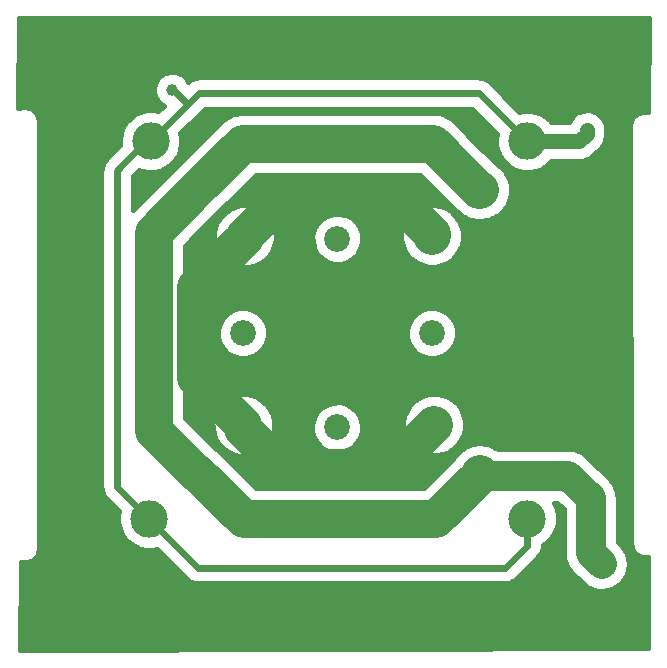
<source format=gbr>
G04 #@! TF.FileFunction,Copper,L1,Top,Signal*
%FSLAX46Y46*%
G04 Gerber Fmt 4.6, Leading zero omitted, Abs format (unit mm)*
G04 Created by KiCad (PCBNEW 4.0.6) date 05/07/17 20:58:38*
%MOMM*%
%LPD*%
G01*
G04 APERTURE LIST*
%ADD10C,0.100000*%
%ADD11C,2.540000*%
%ADD12C,3.175000*%
%ADD13C,2.184400*%
%ADD14C,1.006400*%
%ADD15C,3.200000*%
%ADD16C,1.270000*%
%ADD17C,2.540000*%
%ADD18C,0.609600*%
%ADD19C,0.406400*%
G04 APERTURE END LIST*
D10*
D11*
X191385100Y-113854100D03*
D12*
X191385100Y-113854100D03*
D11*
X167376100Y-89819100D03*
D12*
X167376100Y-89819100D03*
D11*
X171471100Y-93697100D03*
D12*
X171471100Y-93697100D03*
D11*
X187502100Y-109665100D03*
D12*
X187502100Y-109665100D03*
D11*
X195380100Y-117611100D03*
D12*
X195380100Y-117611100D03*
D11*
X163489100Y-85661100D03*
D12*
X163489100Y-85661100D03*
D11*
X187325100Y-93674100D03*
D12*
X187325100Y-93674100D03*
D11*
X171340500Y-109691500D03*
D12*
X171340500Y-109691500D03*
D11*
X167453500Y-113766300D03*
D12*
X167453500Y-113766300D03*
D11*
X191409300Y-89803300D03*
D12*
X191409300Y-89803300D03*
D11*
X163367300Y-117645900D03*
D12*
X163367300Y-117645900D03*
D11*
X195379300Y-85678100D03*
D12*
X195379300Y-85678100D03*
D13*
X171307700Y-101920100D03*
X179257700Y-109896500D03*
X187309700Y-101920100D03*
X179308700Y-93919100D03*
D14*
X178435100Y-113603100D03*
X201688100Y-121466100D03*
X171363300Y-117676100D03*
X200429100Y-84685100D03*
X165296100Y-81301100D03*
D15*
X187325100Y-93674100D02*
X187325100Y-93533100D01*
X187325100Y-93533100D02*
X183835100Y-90043100D01*
X183835100Y-90043100D02*
X175125100Y-90043100D01*
X175125100Y-90043100D02*
X171471100Y-93697100D01*
X171471100Y-93697100D02*
X171471100Y-93832100D01*
X171471100Y-93832100D02*
X168360100Y-96943100D01*
X168360100Y-96943100D02*
X168360100Y-96999100D01*
X168360100Y-96999100D02*
X167375100Y-97984100D01*
X167375100Y-97984100D02*
X167375100Y-105726100D01*
X167375100Y-105726100D02*
X171340500Y-109691500D01*
X171340500Y-109691500D02*
X171340500Y-110005500D01*
X171340500Y-110005500D02*
X174654100Y-113319100D01*
X174654100Y-113319100D02*
X183848100Y-113319100D01*
X183848100Y-113319100D02*
X187502100Y-109665100D01*
D16*
X174654100Y-113319100D02*
X178151100Y-113319100D01*
X178151100Y-113319100D02*
X178435100Y-113603100D01*
D15*
X191409300Y-89803300D02*
X191311300Y-89803300D01*
X191311300Y-89803300D02*
X188265100Y-86757100D01*
X188265100Y-86757100D02*
X188265100Y-86700100D01*
X188265100Y-86700100D02*
X187445100Y-85880100D01*
X187445100Y-85880100D02*
X171315100Y-85880100D01*
X171315100Y-85880100D02*
X167376100Y-89819100D01*
X191385100Y-113854100D02*
X191385100Y-113990100D01*
X191385100Y-113990100D02*
X187699100Y-117676100D01*
X187699100Y-117676100D02*
X171363300Y-117676100D01*
X171363300Y-117676100D02*
X167453500Y-113766300D01*
X167453500Y-113766300D02*
X167357300Y-113766300D01*
X167357300Y-113766300D02*
X163784100Y-110193100D01*
X163784100Y-110193100D02*
X163784100Y-93411100D01*
X163784100Y-93411100D02*
X167376100Y-89819100D01*
D17*
X191385100Y-113990100D02*
X198856100Y-113990100D01*
X198856100Y-113990100D02*
X200743100Y-115877100D01*
X200743100Y-115877100D02*
X200743100Y-120521100D01*
X200743100Y-120521100D02*
X201688100Y-121466100D01*
D18*
X195380100Y-117611100D02*
X195380100Y-119904100D01*
X195380100Y-119904100D02*
X193503100Y-121781100D01*
X193503100Y-121781100D02*
X167502500Y-121781100D01*
X167502500Y-121781100D02*
X163367300Y-117645900D01*
X163489100Y-85661100D02*
X163097100Y-85661100D01*
X163097100Y-85661100D02*
X160924100Y-87834100D01*
X160924100Y-87834100D02*
X160924100Y-87880100D01*
X160924100Y-87880100D02*
X160651100Y-88153100D01*
X160651100Y-88153100D02*
X160651100Y-114929700D01*
X160651100Y-114929700D02*
X163367300Y-117645900D01*
D16*
X200429100Y-84685100D02*
X200429100Y-85051100D01*
X200429100Y-85051100D02*
X199791100Y-85689100D01*
X199791100Y-85689100D02*
X195390300Y-85689100D01*
X195390300Y-85689100D02*
X195379300Y-85678100D01*
D18*
X163489100Y-85661100D02*
X166619100Y-82531100D01*
X166619100Y-82531100D02*
X167565100Y-81585100D01*
X167565100Y-81585100D02*
X191286300Y-81585100D01*
X191286300Y-81585100D02*
X195379300Y-85678100D01*
X165296100Y-81301100D02*
X165389100Y-81301100D01*
X165389100Y-81301100D02*
X166619100Y-82531100D01*
D19*
G36*
X205605100Y-128569691D02*
X205605100Y-120874864D01*
X205375580Y-120892053D01*
X205340159Y-120891239D01*
X205304944Y-120895045D01*
X205233964Y-120888797D01*
X205162710Y-120887159D01*
X205128124Y-120879481D01*
X205092838Y-120876375D01*
X205024424Y-120856460D01*
X204954845Y-120841013D01*
X204922407Y-120826762D01*
X204888398Y-120816862D01*
X204825152Y-120784035D01*
X204759903Y-120755370D01*
X204730853Y-120735092D01*
X204699412Y-120718773D01*
X204643747Y-120674288D01*
X204585307Y-120633494D01*
X204560749Y-120607959D01*
X204533076Y-120585844D01*
X204487104Y-120531385D01*
X204437709Y-120480025D01*
X204418582Y-120450212D01*
X204395728Y-120423139D01*
X204361211Y-120360791D01*
X204322731Y-120300813D01*
X204309756Y-120267847D01*
X204292599Y-120236855D01*
X204270853Y-120169000D01*
X204244751Y-120102679D01*
X204238426Y-120067817D01*
X204227617Y-120034088D01*
X204219464Y-119963292D01*
X204206743Y-119893174D01*
X204207310Y-119857759D01*
X204203256Y-119822560D01*
X204203105Y-119807327D01*
X204098105Y-84314328D01*
X204107106Y-84219643D01*
X204114125Y-84124797D01*
X204117172Y-84113759D01*
X204118256Y-84102357D01*
X204145476Y-84011226D01*
X204170783Y-83919548D01*
X204175916Y-83909311D01*
X204179194Y-83898338D01*
X204223598Y-83814227D01*
X204266230Y-83729214D01*
X204273254Y-83720169D01*
X204278601Y-83710041D01*
X204338488Y-83636167D01*
X204396828Y-83561042D01*
X204405477Y-83553532D01*
X204412687Y-83544638D01*
X204485765Y-83483818D01*
X204557604Y-83421440D01*
X204567550Y-83415751D01*
X204576348Y-83408429D01*
X204659843Y-83362963D01*
X204742433Y-83315725D01*
X204753291Y-83312078D01*
X204763347Y-83306602D01*
X204854128Y-83278206D01*
X204944276Y-83247925D01*
X204955630Y-83246457D01*
X204966563Y-83243037D01*
X205061126Y-83232815D01*
X205155444Y-83220619D01*
X205170673Y-83220256D01*
X205612914Y-83212785D01*
X205696327Y-75275100D01*
X152376222Y-75275100D01*
X152292448Y-82827476D01*
X152880686Y-82800265D01*
X152902134Y-82801371D01*
X152923483Y-82799127D01*
X153008272Y-82806843D01*
X153093330Y-82811229D01*
X153114153Y-82816479D01*
X153135533Y-82818425D01*
X153217212Y-82842464D01*
X153299794Y-82863286D01*
X153319199Y-82872480D01*
X153339796Y-82878542D01*
X153415263Y-82917996D01*
X153492214Y-82954455D01*
X153509462Y-82967242D01*
X153528491Y-82977190D01*
X153594856Y-83030549D01*
X153663263Y-83081262D01*
X153677699Y-83097155D01*
X153694433Y-83110610D01*
X153749176Y-83175850D01*
X153806423Y-83238878D01*
X153817496Y-83257271D01*
X153831299Y-83273721D01*
X153872327Y-83348350D01*
X153916242Y-83421297D01*
X153923532Y-83441491D01*
X153933877Y-83460309D01*
X153959627Y-83541483D01*
X153988538Y-83621574D01*
X153991767Y-83642801D01*
X153998259Y-83663268D01*
X154007753Y-83747911D01*
X154020555Y-83832079D01*
X154019600Y-83853521D01*
X154021994Y-83874867D01*
X154022100Y-83890100D01*
X154022100Y-114929700D01*
X159330300Y-114929700D01*
X159330300Y-88153100D01*
X159342206Y-88031672D01*
X159352839Y-87910137D01*
X159354776Y-87903470D01*
X159355454Y-87896555D01*
X159390720Y-87779749D01*
X159424756Y-87662597D01*
X159427953Y-87656429D01*
X159429960Y-87649782D01*
X159487232Y-87542070D01*
X159543384Y-87433741D01*
X159547717Y-87428313D01*
X159550978Y-87422180D01*
X159628102Y-87327616D01*
X159704205Y-87232284D01*
X159713739Y-87222616D01*
X159713899Y-87222419D01*
X159714081Y-87222269D01*
X159717153Y-87219153D01*
X159810808Y-87125499D01*
X159816384Y-87114741D01*
X159820717Y-87109313D01*
X159823978Y-87103180D01*
X159901102Y-87008616D01*
X159977205Y-86913284D01*
X159986739Y-86903616D01*
X159986899Y-86903419D01*
X159987081Y-86903269D01*
X159990153Y-86900153D01*
X160897771Y-85992535D01*
X160889307Y-85952714D01*
X160882178Y-85442191D01*
X160974346Y-84940006D01*
X161162300Y-84465287D01*
X161438882Y-84036117D01*
X161793555Y-83668842D01*
X162212812Y-83377451D01*
X162680682Y-83173044D01*
X163179344Y-83063406D01*
X163689804Y-83052713D01*
X164148681Y-83133625D01*
X164617000Y-82665306D01*
X164588855Y-82653935D01*
X164339557Y-82490799D01*
X164126694Y-82282348D01*
X163958373Y-82036522D01*
X163841006Y-81762683D01*
X163779063Y-81471263D01*
X163774903Y-81173362D01*
X163828685Y-80880326D01*
X163938361Y-80603317D01*
X164099752Y-80352886D01*
X164306712Y-80138573D01*
X164551357Y-79968540D01*
X164824370Y-79849264D01*
X165115350Y-79785288D01*
X165413216Y-79779048D01*
X165706620Y-79830783D01*
X165984388Y-79938522D01*
X166235939Y-80098161D01*
X166451692Y-80303620D01*
X166623428Y-80547073D01*
X166659427Y-80627928D01*
X166725470Y-80573680D01*
X166818892Y-80495290D01*
X166824975Y-80491946D01*
X166830345Y-80487535D01*
X166937897Y-80429867D01*
X167044782Y-80371106D01*
X167051402Y-80369006D01*
X167057523Y-80365724D01*
X167174190Y-80330055D01*
X167290490Y-80293163D01*
X167297393Y-80292389D01*
X167304035Y-80290358D01*
X167425430Y-80278027D01*
X167546659Y-80264429D01*
X167560234Y-80264334D01*
X167560490Y-80264308D01*
X167560729Y-80264331D01*
X167565100Y-80264300D01*
X191286300Y-80264300D01*
X191407728Y-80276206D01*
X191529263Y-80286839D01*
X191535930Y-80288776D01*
X191542845Y-80289454D01*
X191659651Y-80324720D01*
X191776803Y-80358756D01*
X191782971Y-80361953D01*
X191789618Y-80363960D01*
X191897330Y-80421232D01*
X192005659Y-80477384D01*
X192011087Y-80481717D01*
X192017220Y-80484978D01*
X192111784Y-80562102D01*
X192207116Y-80638205D01*
X192216784Y-80647739D01*
X192216981Y-80647899D01*
X192217131Y-80648081D01*
X192220247Y-80651153D01*
X194725207Y-83156113D01*
X195069544Y-83080406D01*
X195580004Y-83069713D01*
X196082820Y-83158373D01*
X196558839Y-83343009D01*
X196989930Y-83616587D01*
X197359672Y-83968688D01*
X197408637Y-84038100D01*
X198912167Y-84038100D01*
X199053947Y-83771451D01*
X199257599Y-83521749D01*
X199505873Y-83316359D01*
X199789312Y-83163104D01*
X200097120Y-83067821D01*
X200417574Y-83034140D01*
X200738467Y-83063344D01*
X201047575Y-83154319D01*
X201333127Y-83303602D01*
X201584244Y-83505506D01*
X201791362Y-83752339D01*
X201946592Y-84034702D01*
X202044022Y-84341838D01*
X202079939Y-84662048D01*
X202080100Y-84685100D01*
X202080100Y-85051100D01*
X202065214Y-85202918D01*
X202051926Y-85354803D01*
X202049504Y-85363138D01*
X202048657Y-85371781D01*
X202004563Y-85517827D01*
X201962030Y-85664228D01*
X201958036Y-85671933D01*
X201955526Y-85680247D01*
X201883927Y-85814904D01*
X201813745Y-85950300D01*
X201808327Y-85957087D01*
X201804253Y-85964749D01*
X201707873Y-86082922D01*
X201612719Y-86202119D01*
X201600805Y-86214201D01*
X201600601Y-86214451D01*
X201600369Y-86214643D01*
X201596533Y-86218533D01*
X200958533Y-86856533D01*
X200840701Y-86953322D01*
X200723861Y-87051362D01*
X200716252Y-87055545D01*
X200709544Y-87061055D01*
X200575126Y-87133129D01*
X200441498Y-87206592D01*
X200433226Y-87209216D01*
X200425572Y-87213320D01*
X200279738Y-87257906D01*
X200134362Y-87304022D01*
X200125731Y-87304990D01*
X200117433Y-87307527D01*
X199965748Y-87322935D01*
X199814152Y-87339939D01*
X199797183Y-87340058D01*
X199796863Y-87340090D01*
X199796565Y-87340062D01*
X199791100Y-87340100D01*
X197398139Y-87340100D01*
X197046863Y-87693837D01*
X196623579Y-87979346D01*
X196152901Y-88177201D01*
X195652757Y-88279866D01*
X195142196Y-88283430D01*
X194640667Y-88187758D01*
X194167273Y-87996495D01*
X193740044Y-87716924D01*
X193375253Y-87359695D01*
X193086797Y-86938414D01*
X192885661Y-86469129D01*
X192779507Y-85969714D01*
X192772378Y-85459191D01*
X192853034Y-85019728D01*
X190739206Y-82905900D01*
X168112194Y-82905900D01*
X167553047Y-83465047D01*
X167553041Y-83465052D01*
X166010572Y-85007521D01*
X166084568Y-85333216D01*
X166092711Y-85916386D01*
X165993541Y-86417235D01*
X165798977Y-86889283D01*
X165516430Y-87314550D01*
X165156663Y-87676837D01*
X164733379Y-87962346D01*
X164262701Y-88160201D01*
X163762557Y-88262866D01*
X163251996Y-88266430D01*
X162750467Y-88170758D01*
X162540263Y-88085831D01*
X162037392Y-88588702D01*
X162031816Y-88599459D01*
X162027483Y-88604887D01*
X162024222Y-88611020D01*
X161971900Y-88675173D01*
X161971900Y-91523718D01*
X169465309Y-84030309D01*
X169652009Y-83876952D01*
X169837146Y-83721603D01*
X169849201Y-83714976D01*
X169859830Y-83706245D01*
X170072743Y-83592083D01*
X170284548Y-83475642D01*
X170297665Y-83471481D01*
X170309784Y-83464983D01*
X170540816Y-83394349D01*
X170771203Y-83321266D01*
X170784874Y-83319733D01*
X170798028Y-83315711D01*
X171038424Y-83291292D01*
X171278575Y-83264355D01*
X171305463Y-83264167D01*
X171305968Y-83264116D01*
X171306438Y-83264160D01*
X171315100Y-83264100D01*
X187445100Y-83264100D01*
X187685581Y-83287679D01*
X187926317Y-83308741D01*
X187939526Y-83312579D01*
X187953217Y-83313921D01*
X188184534Y-83383760D01*
X188416598Y-83451181D01*
X188428813Y-83457513D01*
X188441980Y-83461488D01*
X188655321Y-83574923D01*
X188869876Y-83686138D01*
X188880627Y-83694720D01*
X188892772Y-83701178D01*
X189080026Y-83853898D01*
X189268884Y-84004662D01*
X189288027Y-84023540D01*
X189288423Y-84023863D01*
X189288726Y-84024230D01*
X189294891Y-84030309D01*
X190114891Y-84850309D01*
X190268248Y-85037009D01*
X190391623Y-85184041D01*
X192803563Y-87595980D01*
X192856972Y-87624378D01*
X192934297Y-87687443D01*
X193019930Y-87741787D01*
X193133283Y-87849731D01*
X193252623Y-87947063D01*
X193316228Y-88023948D01*
X193389672Y-88093888D01*
X193479897Y-88221790D01*
X193578062Y-88340451D01*
X193625522Y-88428226D01*
X193683983Y-88511100D01*
X193747647Y-88654092D01*
X193820894Y-88789559D01*
X193850401Y-88884881D01*
X193891652Y-88977532D01*
X193926329Y-89130165D01*
X193971869Y-89277280D01*
X193982299Y-89376520D01*
X194004768Y-89475416D01*
X194006618Y-89607896D01*
X194025236Y-89785037D01*
X194011239Y-89938838D01*
X194012911Y-90058586D01*
X193989649Y-90176067D01*
X193978963Y-90293490D01*
X193940569Y-90423941D01*
X193913741Y-90559435D01*
X193868103Y-90670162D01*
X193834813Y-90783271D01*
X193771813Y-90903779D01*
X193719177Y-91031483D01*
X193652899Y-91131239D01*
X193598275Y-91235725D01*
X193513069Y-91341700D01*
X193436630Y-91456750D01*
X193352243Y-91541728D01*
X193278361Y-91633619D01*
X193174186Y-91721032D01*
X193076863Y-91819037D01*
X192977581Y-91886004D01*
X192887254Y-91961797D01*
X192768085Y-92027311D01*
X192653579Y-92104546D01*
X192543176Y-92150955D01*
X192439852Y-92207758D01*
X192310233Y-92248876D01*
X192182901Y-92302401D01*
X192065584Y-92326483D01*
X191953197Y-92362134D01*
X191818062Y-92377292D01*
X191682757Y-92405066D01*
X191562997Y-92405902D01*
X191445825Y-92419045D01*
X191409300Y-92419300D01*
X191311300Y-92419300D01*
X191200466Y-92408433D01*
X191172196Y-92408630D01*
X191140170Y-92402521D01*
X191070778Y-92395717D01*
X190830083Y-92374659D01*
X190816874Y-92370821D01*
X190803183Y-92369479D01*
X190571866Y-92299640D01*
X190339802Y-92232219D01*
X190327587Y-92225887D01*
X190314420Y-92221912D01*
X190101079Y-92108477D01*
X189886524Y-91997262D01*
X189875773Y-91988680D01*
X189863628Y-91982222D01*
X189676374Y-91829502D01*
X189487516Y-91678738D01*
X189468369Y-91659856D01*
X189467977Y-91659537D01*
X189467677Y-91659174D01*
X189461508Y-91653091D01*
X186415309Y-88606891D01*
X186324304Y-88496100D01*
X172398682Y-88496100D01*
X167416591Y-93478191D01*
X168864178Y-93478191D01*
X168956346Y-92976006D01*
X169144300Y-92501287D01*
X169420882Y-92072117D01*
X169775555Y-91704842D01*
X170194812Y-91413451D01*
X170662682Y-91209044D01*
X171161344Y-91099406D01*
X171671804Y-91088713D01*
X172174620Y-91177373D01*
X172650639Y-91362009D01*
X173081730Y-91635587D01*
X173451472Y-91987688D01*
X173745783Y-92404900D01*
X173953452Y-92871332D01*
X174066568Y-93369216D01*
X174071771Y-93741837D01*
X177197729Y-93741837D01*
X177272362Y-93335190D01*
X177424559Y-92950783D01*
X177648523Y-92603260D01*
X177935722Y-92305856D01*
X178275218Y-92069901D01*
X178654078Y-91904381D01*
X179057873Y-91815601D01*
X179471222Y-91806942D01*
X179878380Y-91878735D01*
X180263839Y-92028245D01*
X180612918Y-92249777D01*
X180912319Y-92534893D01*
X181150639Y-92872733D01*
X181318800Y-93250429D01*
X181365320Y-93455191D01*
X184718178Y-93455191D01*
X184810346Y-92953006D01*
X184998300Y-92478287D01*
X185274882Y-92049117D01*
X185629555Y-91681842D01*
X186048812Y-91390451D01*
X186516682Y-91186044D01*
X187015344Y-91076406D01*
X187525804Y-91065713D01*
X188028620Y-91154373D01*
X188504639Y-91339009D01*
X188935730Y-91612587D01*
X189305472Y-91964688D01*
X189599783Y-92381900D01*
X189807452Y-92848332D01*
X189920568Y-93346216D01*
X189928711Y-93929386D01*
X189829541Y-94430235D01*
X189634977Y-94902283D01*
X189352430Y-95327550D01*
X188992663Y-95689837D01*
X188569379Y-95975346D01*
X188098701Y-96173201D01*
X187598557Y-96275866D01*
X187087996Y-96279430D01*
X186586467Y-96183758D01*
X186113073Y-95992495D01*
X185685844Y-95712924D01*
X185321053Y-95355695D01*
X185032597Y-94934414D01*
X184831461Y-94465129D01*
X184725307Y-93965714D01*
X184718178Y-93455191D01*
X181365320Y-93455191D01*
X181410397Y-93653594D01*
X181416991Y-94125820D01*
X181336687Y-94531385D01*
X181179137Y-94913629D01*
X180950343Y-95257992D01*
X180659020Y-95551356D01*
X180316263Y-95782548D01*
X179935128Y-95942763D01*
X179530133Y-96025896D01*
X179116704Y-96028783D01*
X178710588Y-95951312D01*
X178327253Y-95796435D01*
X177981302Y-95570050D01*
X177685911Y-95280782D01*
X177452331Y-94939647D01*
X177289460Y-94559641D01*
X177203501Y-94155236D01*
X177197729Y-93741837D01*
X174071771Y-93741837D01*
X174074711Y-93952386D01*
X173975541Y-94453235D01*
X173780977Y-94925283D01*
X173498430Y-95350550D01*
X173138663Y-95712837D01*
X172715379Y-95998346D01*
X172244701Y-96196201D01*
X171744557Y-96298866D01*
X171233996Y-96302430D01*
X170732467Y-96206758D01*
X170259073Y-96015495D01*
X169831844Y-95735924D01*
X169467053Y-95378695D01*
X169178597Y-94957414D01*
X168977461Y-94488129D01*
X168871307Y-93988714D01*
X168864178Y-93478191D01*
X167416591Y-93478191D01*
X166400100Y-94494682D01*
X166400100Y-101742837D01*
X169196729Y-101742837D01*
X169271362Y-101336190D01*
X169423559Y-100951783D01*
X169647523Y-100604260D01*
X169934722Y-100306856D01*
X170274218Y-100070901D01*
X170653078Y-99905381D01*
X171056873Y-99816601D01*
X171470222Y-99807942D01*
X171877380Y-99879735D01*
X172262839Y-100029245D01*
X172611918Y-100250777D01*
X172911319Y-100535893D01*
X173149639Y-100873733D01*
X173317800Y-101251429D01*
X173409397Y-101654594D01*
X173410629Y-101742837D01*
X185198729Y-101742837D01*
X185273362Y-101336190D01*
X185425559Y-100951783D01*
X185649523Y-100604260D01*
X185936722Y-100306856D01*
X186276218Y-100070901D01*
X186655078Y-99905381D01*
X187058873Y-99816601D01*
X187472222Y-99807942D01*
X187879380Y-99879735D01*
X188264839Y-100029245D01*
X188613918Y-100250777D01*
X188913319Y-100535893D01*
X189151639Y-100873733D01*
X189319800Y-101251429D01*
X189411397Y-101654594D01*
X189417991Y-102126820D01*
X189337687Y-102532385D01*
X189180137Y-102914629D01*
X188951343Y-103258992D01*
X188660020Y-103552356D01*
X188317263Y-103783548D01*
X187936128Y-103943763D01*
X187531133Y-104026896D01*
X187117704Y-104029783D01*
X186711588Y-103952312D01*
X186328253Y-103797435D01*
X185982302Y-103571050D01*
X185686911Y-103281782D01*
X185453331Y-102940647D01*
X185290460Y-102560641D01*
X185204501Y-102156236D01*
X185198729Y-101742837D01*
X173410629Y-101742837D01*
X173415991Y-102126820D01*
X173335687Y-102532385D01*
X173178137Y-102914629D01*
X172949343Y-103258992D01*
X172658020Y-103552356D01*
X172315263Y-103783548D01*
X171934128Y-103943763D01*
X171529133Y-104026896D01*
X171115704Y-104029783D01*
X170709588Y-103952312D01*
X170326253Y-103797435D01*
X169980302Y-103571050D01*
X169684911Y-103281782D01*
X169451331Y-102940647D01*
X169288460Y-102560641D01*
X169202501Y-102156236D01*
X169196729Y-101742837D01*
X166400100Y-101742837D01*
X166400100Y-109109518D01*
X166763173Y-109472591D01*
X168733578Y-109472591D01*
X168825746Y-108970406D01*
X169013700Y-108495687D01*
X169290282Y-108066517D01*
X169644955Y-107699242D01*
X170064212Y-107407851D01*
X170532082Y-107203444D01*
X171030744Y-107093806D01*
X171541204Y-107083113D01*
X172044020Y-107171773D01*
X172520039Y-107356409D01*
X172951130Y-107629987D01*
X173320872Y-107982088D01*
X173615183Y-108399300D01*
X173822852Y-108865732D01*
X173935968Y-109363616D01*
X173940933Y-109719237D01*
X177146729Y-109719237D01*
X177221362Y-109312590D01*
X177373559Y-108928183D01*
X177597523Y-108580660D01*
X177884722Y-108283256D01*
X178224218Y-108047301D01*
X178603078Y-107881781D01*
X179006873Y-107793001D01*
X179420222Y-107784342D01*
X179827380Y-107856135D01*
X180212839Y-108005645D01*
X180561918Y-108227177D01*
X180861319Y-108512293D01*
X181099639Y-108850133D01*
X181267800Y-109227829D01*
X181317410Y-109446191D01*
X184895178Y-109446191D01*
X184987346Y-108944006D01*
X185175300Y-108469287D01*
X185451882Y-108040117D01*
X185806555Y-107672842D01*
X186225812Y-107381451D01*
X186693682Y-107177044D01*
X187192344Y-107067406D01*
X187702804Y-107056713D01*
X188205620Y-107145373D01*
X188681639Y-107330009D01*
X189112730Y-107603587D01*
X189482472Y-107955688D01*
X189776783Y-108372900D01*
X189984452Y-108839332D01*
X190097568Y-109337216D01*
X190105711Y-109920386D01*
X190006541Y-110421235D01*
X189811977Y-110893283D01*
X189529430Y-111318550D01*
X189169663Y-111680837D01*
X188746379Y-111966346D01*
X188275701Y-112164201D01*
X187775557Y-112266866D01*
X187264996Y-112270430D01*
X186763467Y-112174758D01*
X186290073Y-111983495D01*
X185862844Y-111703924D01*
X185498053Y-111346695D01*
X185209597Y-110925414D01*
X185008461Y-110456129D01*
X184902307Y-109956714D01*
X184895178Y-109446191D01*
X181317410Y-109446191D01*
X181359397Y-109630994D01*
X181365991Y-110103220D01*
X181285687Y-110508785D01*
X181128137Y-110891029D01*
X180899343Y-111235392D01*
X180608020Y-111528756D01*
X180265263Y-111759948D01*
X179884128Y-111920163D01*
X179479133Y-112003296D01*
X179065704Y-112006183D01*
X178659588Y-111928712D01*
X178276253Y-111773835D01*
X177930302Y-111547450D01*
X177634911Y-111258182D01*
X177401331Y-110917047D01*
X177238460Y-110537041D01*
X177152501Y-110132636D01*
X177146729Y-109719237D01*
X173940933Y-109719237D01*
X173944111Y-109946786D01*
X173844941Y-110447635D01*
X173650377Y-110919683D01*
X173367830Y-111344950D01*
X173008063Y-111707237D01*
X172584779Y-111992746D01*
X172114101Y-112190601D01*
X171613957Y-112293266D01*
X171103396Y-112296830D01*
X170601867Y-112201158D01*
X170128473Y-112009895D01*
X169701244Y-111730324D01*
X169336453Y-111373095D01*
X169047997Y-110951814D01*
X168846861Y-110482529D01*
X168740707Y-109983114D01*
X168733578Y-109472591D01*
X166763173Y-109472591D01*
X168846394Y-111555812D01*
X168878276Y-111572338D01*
X168889027Y-111580920D01*
X168901172Y-111587378D01*
X168978497Y-111650443D01*
X169064130Y-111704787D01*
X169167484Y-111803210D01*
X169277284Y-111890862D01*
X169296427Y-111909740D01*
X169296823Y-111910063D01*
X169297126Y-111910430D01*
X169303291Y-111916509D01*
X172446882Y-115060100D01*
X186615518Y-115060100D01*
X189132561Y-112543057D01*
X189138107Y-112534451D01*
X189206178Y-112406428D01*
X189274974Y-112322076D01*
X189334882Y-112229117D01*
X189437218Y-112123145D01*
X189528863Y-112010777D01*
X189612733Y-111941394D01*
X189689555Y-111861842D01*
X189810526Y-111777765D01*
X189922251Y-111685338D01*
X190018002Y-111633566D01*
X190108812Y-111570451D01*
X190243806Y-111511474D01*
X190371359Y-111442506D01*
X190475345Y-111410317D01*
X190576682Y-111366044D01*
X190720558Y-111334411D01*
X190859080Y-111291531D01*
X190967338Y-111280153D01*
X191075344Y-111256406D01*
X191222630Y-111253321D01*
X191366837Y-111238164D01*
X191475236Y-111248029D01*
X191585804Y-111245713D01*
X191730890Y-111271295D01*
X191875290Y-111284437D01*
X191979709Y-111315169D01*
X192088620Y-111334373D01*
X192225968Y-111387647D01*
X192365071Y-111428587D01*
X192461536Y-111479018D01*
X192564639Y-111519009D01*
X192689025Y-111597947D01*
X192817525Y-111665125D01*
X192866000Y-111704100D01*
X198856100Y-111704100D01*
X199066234Y-111724704D01*
X199276612Y-111743110D01*
X199288156Y-111746464D01*
X199300120Y-111747637D01*
X199502287Y-111808675D01*
X199705047Y-111867582D01*
X199715718Y-111873113D01*
X199727227Y-111876588D01*
X199913678Y-111975725D01*
X200101145Y-112072899D01*
X200110540Y-112080399D01*
X200121153Y-112086042D01*
X200284798Y-112219507D01*
X200449819Y-112351242D01*
X200466546Y-112367737D01*
X200466894Y-112368021D01*
X200467161Y-112368343D01*
X200472546Y-112373654D01*
X202359546Y-114260654D01*
X202493550Y-114423793D01*
X202629309Y-114585585D01*
X202635102Y-114596123D01*
X202642730Y-114605409D01*
X202742499Y-114791476D01*
X202844243Y-114976549D01*
X202847878Y-114988008D01*
X202853558Y-114998601D01*
X202915302Y-115200557D01*
X202979145Y-115401814D01*
X202980485Y-115413757D01*
X202984000Y-115425255D01*
X203005342Y-115635366D01*
X203028877Y-115845182D01*
X203029041Y-115868679D01*
X203029086Y-115869120D01*
X203029047Y-115869531D01*
X203029100Y-115877100D01*
X203029100Y-119574208D01*
X203304546Y-119849654D01*
X203587730Y-120194409D01*
X203798559Y-120587601D01*
X203929000Y-121014255D01*
X203974087Y-121458120D01*
X203932100Y-121902290D01*
X203804640Y-122329844D01*
X203596562Y-122724499D01*
X203315791Y-123071222D01*
X202973023Y-123356807D01*
X202581311Y-123570374D01*
X202155578Y-123703791D01*
X201712039Y-123751975D01*
X201267588Y-123713090D01*
X200839153Y-123588618D01*
X200443056Y-123383301D01*
X200094381Y-123104958D01*
X200071654Y-123082546D01*
X199126654Y-122137546D01*
X198992650Y-121974407D01*
X198856891Y-121812615D01*
X198851098Y-121802077D01*
X198843470Y-121792791D01*
X198743701Y-121606724D01*
X198641957Y-121421651D01*
X198638322Y-121410192D01*
X198632642Y-121399599D01*
X198570898Y-121197643D01*
X198507055Y-120996386D01*
X198505715Y-120984443D01*
X198502200Y-120972945D01*
X198480858Y-120762834D01*
X198457323Y-120553018D01*
X198457159Y-120529521D01*
X198457114Y-120529080D01*
X198457153Y-120528669D01*
X198457100Y-120521100D01*
X198457100Y-116823992D01*
X197909208Y-116276100D01*
X197624591Y-116276100D01*
X197654783Y-116318900D01*
X197862452Y-116785332D01*
X197975568Y-117283216D01*
X197983711Y-117866386D01*
X197884541Y-118367235D01*
X197689977Y-118839283D01*
X197407430Y-119264550D01*
X197047663Y-119626837D01*
X196700900Y-119860732D01*
X196700900Y-119904100D01*
X196688994Y-120025528D01*
X196678361Y-120147063D01*
X196676424Y-120153730D01*
X196675746Y-120160645D01*
X196640480Y-120277451D01*
X196606444Y-120394603D01*
X196603247Y-120400771D01*
X196601240Y-120407418D01*
X196543968Y-120515130D01*
X196487816Y-120623459D01*
X196483483Y-120628887D01*
X196480222Y-120635020D01*
X196403098Y-120729584D01*
X196326995Y-120824916D01*
X196317461Y-120834584D01*
X196317301Y-120834781D01*
X196317119Y-120834931D01*
X196314047Y-120838047D01*
X194437047Y-122715047D01*
X194342730Y-122792520D01*
X194249308Y-122870910D01*
X194243225Y-122874254D01*
X194237855Y-122878665D01*
X194130303Y-122936333D01*
X194023418Y-122995094D01*
X194016798Y-122997194D01*
X194010677Y-123000476D01*
X193894010Y-123036145D01*
X193777710Y-123073037D01*
X193770807Y-123073811D01*
X193764165Y-123075842D01*
X193642770Y-123088173D01*
X193521541Y-123101771D01*
X193507966Y-123101866D01*
X193507710Y-123101892D01*
X193507471Y-123101869D01*
X193503100Y-123101900D01*
X167502500Y-123101900D01*
X167381072Y-123089994D01*
X167259537Y-123079361D01*
X167252870Y-123077424D01*
X167245955Y-123076746D01*
X167129149Y-123041480D01*
X167011997Y-123007444D01*
X167005829Y-123004247D01*
X166999182Y-123002240D01*
X166891470Y-122944968D01*
X166783141Y-122888816D01*
X166777713Y-122884483D01*
X166771580Y-122881222D01*
X166677016Y-122804098D01*
X166581684Y-122727995D01*
X166572016Y-122718461D01*
X166571819Y-122718301D01*
X166571669Y-122718119D01*
X166568553Y-122715047D01*
X164022758Y-120169252D01*
X163640757Y-120247666D01*
X163130196Y-120251230D01*
X162628667Y-120155558D01*
X162155273Y-119964295D01*
X161728044Y-119684724D01*
X161363253Y-119327495D01*
X161074797Y-118906214D01*
X160873661Y-118436929D01*
X160767507Y-117937514D01*
X160760378Y-117426991D01*
X160841034Y-116987528D01*
X159717153Y-115863647D01*
X159639680Y-115769330D01*
X159561290Y-115675908D01*
X159557946Y-115669825D01*
X159553535Y-115664455D01*
X159495867Y-115556903D01*
X159437106Y-115450018D01*
X159435006Y-115443398D01*
X159431724Y-115437277D01*
X159396055Y-115320610D01*
X159359163Y-115204310D01*
X159358389Y-115197407D01*
X159356358Y-115190765D01*
X159344027Y-115069370D01*
X159330429Y-114948141D01*
X159330334Y-114934566D01*
X159330308Y-114934310D01*
X159330331Y-114934071D01*
X159330300Y-114929700D01*
X154022100Y-114929700D01*
X154022100Y-120227100D01*
X154020479Y-120243633D01*
X154021597Y-120260200D01*
X154010105Y-120349434D01*
X154001322Y-120439010D01*
X153996521Y-120454911D01*
X153994400Y-120471382D01*
X153965792Y-120556692D01*
X153939780Y-120642848D01*
X153931982Y-120657514D01*
X153926702Y-120673259D01*
X153882067Y-120751390D01*
X153839817Y-120830850D01*
X153829319Y-120843722D01*
X153821081Y-120858142D01*
X153762122Y-120926114D01*
X153705242Y-120995856D01*
X153692444Y-121006443D01*
X153681562Y-121018989D01*
X153610515Y-121074221D01*
X153541179Y-121131580D01*
X153526570Y-121139479D01*
X153513457Y-121149673D01*
X153433041Y-121190050D01*
X153353880Y-121232853D01*
X153338013Y-121237765D01*
X153323171Y-121245217D01*
X153236449Y-121269204D01*
X153150476Y-121295817D01*
X153133955Y-121297553D01*
X153117951Y-121301980D01*
X153028206Y-121308668D01*
X152938717Y-121318073D01*
X152922183Y-121316568D01*
X152905614Y-121317803D01*
X152890387Y-121317340D01*
X152531380Y-121303934D01*
X152448961Y-128716223D01*
X205605100Y-128569691D01*
X205605100Y-128569691D01*
G37*
X205605100Y-128569691D02*
X205605100Y-120874864D01*
X205375580Y-120892053D01*
X205340159Y-120891239D01*
X205304944Y-120895045D01*
X205233964Y-120888797D01*
X205162710Y-120887159D01*
X205128124Y-120879481D01*
X205092838Y-120876375D01*
X205024424Y-120856460D01*
X204954845Y-120841013D01*
X204922407Y-120826762D01*
X204888398Y-120816862D01*
X204825152Y-120784035D01*
X204759903Y-120755370D01*
X204730853Y-120735092D01*
X204699412Y-120718773D01*
X204643747Y-120674288D01*
X204585307Y-120633494D01*
X204560749Y-120607959D01*
X204533076Y-120585844D01*
X204487104Y-120531385D01*
X204437709Y-120480025D01*
X204418582Y-120450212D01*
X204395728Y-120423139D01*
X204361211Y-120360791D01*
X204322731Y-120300813D01*
X204309756Y-120267847D01*
X204292599Y-120236855D01*
X204270853Y-120169000D01*
X204244751Y-120102679D01*
X204238426Y-120067817D01*
X204227617Y-120034088D01*
X204219464Y-119963292D01*
X204206743Y-119893174D01*
X204207310Y-119857759D01*
X204203256Y-119822560D01*
X204203105Y-119807327D01*
X204098105Y-84314328D01*
X204107106Y-84219643D01*
X204114125Y-84124797D01*
X204117172Y-84113759D01*
X204118256Y-84102357D01*
X204145476Y-84011226D01*
X204170783Y-83919548D01*
X204175916Y-83909311D01*
X204179194Y-83898338D01*
X204223598Y-83814227D01*
X204266230Y-83729214D01*
X204273254Y-83720169D01*
X204278601Y-83710041D01*
X204338488Y-83636167D01*
X204396828Y-83561042D01*
X204405477Y-83553532D01*
X204412687Y-83544638D01*
X204485765Y-83483818D01*
X204557604Y-83421440D01*
X204567550Y-83415751D01*
X204576348Y-83408429D01*
X204659843Y-83362963D01*
X204742433Y-83315725D01*
X204753291Y-83312078D01*
X204763347Y-83306602D01*
X204854128Y-83278206D01*
X204944276Y-83247925D01*
X204955630Y-83246457D01*
X204966563Y-83243037D01*
X205061126Y-83232815D01*
X205155444Y-83220619D01*
X205170673Y-83220256D01*
X205612914Y-83212785D01*
X205696327Y-75275100D01*
X152376222Y-75275100D01*
X152292448Y-82827476D01*
X152880686Y-82800265D01*
X152902134Y-82801371D01*
X152923483Y-82799127D01*
X153008272Y-82806843D01*
X153093330Y-82811229D01*
X153114153Y-82816479D01*
X153135533Y-82818425D01*
X153217212Y-82842464D01*
X153299794Y-82863286D01*
X153319199Y-82872480D01*
X153339796Y-82878542D01*
X153415263Y-82917996D01*
X153492214Y-82954455D01*
X153509462Y-82967242D01*
X153528491Y-82977190D01*
X153594856Y-83030549D01*
X153663263Y-83081262D01*
X153677699Y-83097155D01*
X153694433Y-83110610D01*
X153749176Y-83175850D01*
X153806423Y-83238878D01*
X153817496Y-83257271D01*
X153831299Y-83273721D01*
X153872327Y-83348350D01*
X153916242Y-83421297D01*
X153923532Y-83441491D01*
X153933877Y-83460309D01*
X153959627Y-83541483D01*
X153988538Y-83621574D01*
X153991767Y-83642801D01*
X153998259Y-83663268D01*
X154007753Y-83747911D01*
X154020555Y-83832079D01*
X154019600Y-83853521D01*
X154021994Y-83874867D01*
X154022100Y-83890100D01*
X154022100Y-114929700D01*
X159330300Y-114929700D01*
X159330300Y-88153100D01*
X159342206Y-88031672D01*
X159352839Y-87910137D01*
X159354776Y-87903470D01*
X159355454Y-87896555D01*
X159390720Y-87779749D01*
X159424756Y-87662597D01*
X159427953Y-87656429D01*
X159429960Y-87649782D01*
X159487232Y-87542070D01*
X159543384Y-87433741D01*
X159547717Y-87428313D01*
X159550978Y-87422180D01*
X159628102Y-87327616D01*
X159704205Y-87232284D01*
X159713739Y-87222616D01*
X159713899Y-87222419D01*
X159714081Y-87222269D01*
X159717153Y-87219153D01*
X159810808Y-87125499D01*
X159816384Y-87114741D01*
X159820717Y-87109313D01*
X159823978Y-87103180D01*
X159901102Y-87008616D01*
X159977205Y-86913284D01*
X159986739Y-86903616D01*
X159986899Y-86903419D01*
X159987081Y-86903269D01*
X159990153Y-86900153D01*
X160897771Y-85992535D01*
X160889307Y-85952714D01*
X160882178Y-85442191D01*
X160974346Y-84940006D01*
X161162300Y-84465287D01*
X161438882Y-84036117D01*
X161793555Y-83668842D01*
X162212812Y-83377451D01*
X162680682Y-83173044D01*
X163179344Y-83063406D01*
X163689804Y-83052713D01*
X164148681Y-83133625D01*
X164617000Y-82665306D01*
X164588855Y-82653935D01*
X164339557Y-82490799D01*
X164126694Y-82282348D01*
X163958373Y-82036522D01*
X163841006Y-81762683D01*
X163779063Y-81471263D01*
X163774903Y-81173362D01*
X163828685Y-80880326D01*
X163938361Y-80603317D01*
X164099752Y-80352886D01*
X164306712Y-80138573D01*
X164551357Y-79968540D01*
X164824370Y-79849264D01*
X165115350Y-79785288D01*
X165413216Y-79779048D01*
X165706620Y-79830783D01*
X165984388Y-79938522D01*
X166235939Y-80098161D01*
X166451692Y-80303620D01*
X166623428Y-80547073D01*
X166659427Y-80627928D01*
X166725470Y-80573680D01*
X166818892Y-80495290D01*
X166824975Y-80491946D01*
X166830345Y-80487535D01*
X166937897Y-80429867D01*
X167044782Y-80371106D01*
X167051402Y-80369006D01*
X167057523Y-80365724D01*
X167174190Y-80330055D01*
X167290490Y-80293163D01*
X167297393Y-80292389D01*
X167304035Y-80290358D01*
X167425430Y-80278027D01*
X167546659Y-80264429D01*
X167560234Y-80264334D01*
X167560490Y-80264308D01*
X167560729Y-80264331D01*
X167565100Y-80264300D01*
X191286300Y-80264300D01*
X191407728Y-80276206D01*
X191529263Y-80286839D01*
X191535930Y-80288776D01*
X191542845Y-80289454D01*
X191659651Y-80324720D01*
X191776803Y-80358756D01*
X191782971Y-80361953D01*
X191789618Y-80363960D01*
X191897330Y-80421232D01*
X192005659Y-80477384D01*
X192011087Y-80481717D01*
X192017220Y-80484978D01*
X192111784Y-80562102D01*
X192207116Y-80638205D01*
X192216784Y-80647739D01*
X192216981Y-80647899D01*
X192217131Y-80648081D01*
X192220247Y-80651153D01*
X194725207Y-83156113D01*
X195069544Y-83080406D01*
X195580004Y-83069713D01*
X196082820Y-83158373D01*
X196558839Y-83343009D01*
X196989930Y-83616587D01*
X197359672Y-83968688D01*
X197408637Y-84038100D01*
X198912167Y-84038100D01*
X199053947Y-83771451D01*
X199257599Y-83521749D01*
X199505873Y-83316359D01*
X199789312Y-83163104D01*
X200097120Y-83067821D01*
X200417574Y-83034140D01*
X200738467Y-83063344D01*
X201047575Y-83154319D01*
X201333127Y-83303602D01*
X201584244Y-83505506D01*
X201791362Y-83752339D01*
X201946592Y-84034702D01*
X202044022Y-84341838D01*
X202079939Y-84662048D01*
X202080100Y-84685100D01*
X202080100Y-85051100D01*
X202065214Y-85202918D01*
X202051926Y-85354803D01*
X202049504Y-85363138D01*
X202048657Y-85371781D01*
X202004563Y-85517827D01*
X201962030Y-85664228D01*
X201958036Y-85671933D01*
X201955526Y-85680247D01*
X201883927Y-85814904D01*
X201813745Y-85950300D01*
X201808327Y-85957087D01*
X201804253Y-85964749D01*
X201707873Y-86082922D01*
X201612719Y-86202119D01*
X201600805Y-86214201D01*
X201600601Y-86214451D01*
X201600369Y-86214643D01*
X201596533Y-86218533D01*
X200958533Y-86856533D01*
X200840701Y-86953322D01*
X200723861Y-87051362D01*
X200716252Y-87055545D01*
X200709544Y-87061055D01*
X200575126Y-87133129D01*
X200441498Y-87206592D01*
X200433226Y-87209216D01*
X200425572Y-87213320D01*
X200279738Y-87257906D01*
X200134362Y-87304022D01*
X200125731Y-87304990D01*
X200117433Y-87307527D01*
X199965748Y-87322935D01*
X199814152Y-87339939D01*
X199797183Y-87340058D01*
X199796863Y-87340090D01*
X199796565Y-87340062D01*
X199791100Y-87340100D01*
X197398139Y-87340100D01*
X197046863Y-87693837D01*
X196623579Y-87979346D01*
X196152901Y-88177201D01*
X195652757Y-88279866D01*
X195142196Y-88283430D01*
X194640667Y-88187758D01*
X194167273Y-87996495D01*
X193740044Y-87716924D01*
X193375253Y-87359695D01*
X193086797Y-86938414D01*
X192885661Y-86469129D01*
X192779507Y-85969714D01*
X192772378Y-85459191D01*
X192853034Y-85019728D01*
X190739206Y-82905900D01*
X168112194Y-82905900D01*
X167553047Y-83465047D01*
X167553041Y-83465052D01*
X166010572Y-85007521D01*
X166084568Y-85333216D01*
X166092711Y-85916386D01*
X165993541Y-86417235D01*
X165798977Y-86889283D01*
X165516430Y-87314550D01*
X165156663Y-87676837D01*
X164733379Y-87962346D01*
X164262701Y-88160201D01*
X163762557Y-88262866D01*
X163251996Y-88266430D01*
X162750467Y-88170758D01*
X162540263Y-88085831D01*
X162037392Y-88588702D01*
X162031816Y-88599459D01*
X162027483Y-88604887D01*
X162024222Y-88611020D01*
X161971900Y-88675173D01*
X161971900Y-91523718D01*
X169465309Y-84030309D01*
X169652009Y-83876952D01*
X169837146Y-83721603D01*
X169849201Y-83714976D01*
X169859830Y-83706245D01*
X170072743Y-83592083D01*
X170284548Y-83475642D01*
X170297665Y-83471481D01*
X170309784Y-83464983D01*
X170540816Y-83394349D01*
X170771203Y-83321266D01*
X170784874Y-83319733D01*
X170798028Y-83315711D01*
X171038424Y-83291292D01*
X171278575Y-83264355D01*
X171305463Y-83264167D01*
X171305968Y-83264116D01*
X171306438Y-83264160D01*
X171315100Y-83264100D01*
X187445100Y-83264100D01*
X187685581Y-83287679D01*
X187926317Y-83308741D01*
X187939526Y-83312579D01*
X187953217Y-83313921D01*
X188184534Y-83383760D01*
X188416598Y-83451181D01*
X188428813Y-83457513D01*
X188441980Y-83461488D01*
X188655321Y-83574923D01*
X188869876Y-83686138D01*
X188880627Y-83694720D01*
X188892772Y-83701178D01*
X189080026Y-83853898D01*
X189268884Y-84004662D01*
X189288027Y-84023540D01*
X189288423Y-84023863D01*
X189288726Y-84024230D01*
X189294891Y-84030309D01*
X190114891Y-84850309D01*
X190268248Y-85037009D01*
X190391623Y-85184041D01*
X192803563Y-87595980D01*
X192856972Y-87624378D01*
X192934297Y-87687443D01*
X193019930Y-87741787D01*
X193133283Y-87849731D01*
X193252623Y-87947063D01*
X193316228Y-88023948D01*
X193389672Y-88093888D01*
X193479897Y-88221790D01*
X193578062Y-88340451D01*
X193625522Y-88428226D01*
X193683983Y-88511100D01*
X193747647Y-88654092D01*
X193820894Y-88789559D01*
X193850401Y-88884881D01*
X193891652Y-88977532D01*
X193926329Y-89130165D01*
X193971869Y-89277280D01*
X193982299Y-89376520D01*
X194004768Y-89475416D01*
X194006618Y-89607896D01*
X194025236Y-89785037D01*
X194011239Y-89938838D01*
X194012911Y-90058586D01*
X193989649Y-90176067D01*
X193978963Y-90293490D01*
X193940569Y-90423941D01*
X193913741Y-90559435D01*
X193868103Y-90670162D01*
X193834813Y-90783271D01*
X193771813Y-90903779D01*
X193719177Y-91031483D01*
X193652899Y-91131239D01*
X193598275Y-91235725D01*
X193513069Y-91341700D01*
X193436630Y-91456750D01*
X193352243Y-91541728D01*
X193278361Y-91633619D01*
X193174186Y-91721032D01*
X193076863Y-91819037D01*
X192977581Y-91886004D01*
X192887254Y-91961797D01*
X192768085Y-92027311D01*
X192653579Y-92104546D01*
X192543176Y-92150955D01*
X192439852Y-92207758D01*
X192310233Y-92248876D01*
X192182901Y-92302401D01*
X192065584Y-92326483D01*
X191953197Y-92362134D01*
X191818062Y-92377292D01*
X191682757Y-92405066D01*
X191562997Y-92405902D01*
X191445825Y-92419045D01*
X191409300Y-92419300D01*
X191311300Y-92419300D01*
X191200466Y-92408433D01*
X191172196Y-92408630D01*
X191140170Y-92402521D01*
X191070778Y-92395717D01*
X190830083Y-92374659D01*
X190816874Y-92370821D01*
X190803183Y-92369479D01*
X190571866Y-92299640D01*
X190339802Y-92232219D01*
X190327587Y-92225887D01*
X190314420Y-92221912D01*
X190101079Y-92108477D01*
X189886524Y-91997262D01*
X189875773Y-91988680D01*
X189863628Y-91982222D01*
X189676374Y-91829502D01*
X189487516Y-91678738D01*
X189468369Y-91659856D01*
X189467977Y-91659537D01*
X189467677Y-91659174D01*
X189461508Y-91653091D01*
X186415309Y-88606891D01*
X186324304Y-88496100D01*
X172398682Y-88496100D01*
X167416591Y-93478191D01*
X168864178Y-93478191D01*
X168956346Y-92976006D01*
X169144300Y-92501287D01*
X169420882Y-92072117D01*
X169775555Y-91704842D01*
X170194812Y-91413451D01*
X170662682Y-91209044D01*
X171161344Y-91099406D01*
X171671804Y-91088713D01*
X172174620Y-91177373D01*
X172650639Y-91362009D01*
X173081730Y-91635587D01*
X173451472Y-91987688D01*
X173745783Y-92404900D01*
X173953452Y-92871332D01*
X174066568Y-93369216D01*
X174071771Y-93741837D01*
X177197729Y-93741837D01*
X177272362Y-93335190D01*
X177424559Y-92950783D01*
X177648523Y-92603260D01*
X177935722Y-92305856D01*
X178275218Y-92069901D01*
X178654078Y-91904381D01*
X179057873Y-91815601D01*
X179471222Y-91806942D01*
X179878380Y-91878735D01*
X180263839Y-92028245D01*
X180612918Y-92249777D01*
X180912319Y-92534893D01*
X181150639Y-92872733D01*
X181318800Y-93250429D01*
X181365320Y-93455191D01*
X184718178Y-93455191D01*
X184810346Y-92953006D01*
X184998300Y-92478287D01*
X185274882Y-92049117D01*
X185629555Y-91681842D01*
X186048812Y-91390451D01*
X186516682Y-91186044D01*
X187015344Y-91076406D01*
X187525804Y-91065713D01*
X188028620Y-91154373D01*
X188504639Y-91339009D01*
X188935730Y-91612587D01*
X189305472Y-91964688D01*
X189599783Y-92381900D01*
X189807452Y-92848332D01*
X189920568Y-93346216D01*
X189928711Y-93929386D01*
X189829541Y-94430235D01*
X189634977Y-94902283D01*
X189352430Y-95327550D01*
X188992663Y-95689837D01*
X188569379Y-95975346D01*
X188098701Y-96173201D01*
X187598557Y-96275866D01*
X187087996Y-96279430D01*
X186586467Y-96183758D01*
X186113073Y-95992495D01*
X185685844Y-95712924D01*
X185321053Y-95355695D01*
X185032597Y-94934414D01*
X184831461Y-94465129D01*
X184725307Y-93965714D01*
X184718178Y-93455191D01*
X181365320Y-93455191D01*
X181410397Y-93653594D01*
X181416991Y-94125820D01*
X181336687Y-94531385D01*
X181179137Y-94913629D01*
X180950343Y-95257992D01*
X180659020Y-95551356D01*
X180316263Y-95782548D01*
X179935128Y-95942763D01*
X179530133Y-96025896D01*
X179116704Y-96028783D01*
X178710588Y-95951312D01*
X178327253Y-95796435D01*
X177981302Y-95570050D01*
X177685911Y-95280782D01*
X177452331Y-94939647D01*
X177289460Y-94559641D01*
X177203501Y-94155236D01*
X177197729Y-93741837D01*
X174071771Y-93741837D01*
X174074711Y-93952386D01*
X173975541Y-94453235D01*
X173780977Y-94925283D01*
X173498430Y-95350550D01*
X173138663Y-95712837D01*
X172715379Y-95998346D01*
X172244701Y-96196201D01*
X171744557Y-96298866D01*
X171233996Y-96302430D01*
X170732467Y-96206758D01*
X170259073Y-96015495D01*
X169831844Y-95735924D01*
X169467053Y-95378695D01*
X169178597Y-94957414D01*
X168977461Y-94488129D01*
X168871307Y-93988714D01*
X168864178Y-93478191D01*
X167416591Y-93478191D01*
X166400100Y-94494682D01*
X166400100Y-101742837D01*
X169196729Y-101742837D01*
X169271362Y-101336190D01*
X169423559Y-100951783D01*
X169647523Y-100604260D01*
X169934722Y-100306856D01*
X170274218Y-100070901D01*
X170653078Y-99905381D01*
X171056873Y-99816601D01*
X171470222Y-99807942D01*
X171877380Y-99879735D01*
X172262839Y-100029245D01*
X172611918Y-100250777D01*
X172911319Y-100535893D01*
X173149639Y-100873733D01*
X173317800Y-101251429D01*
X173409397Y-101654594D01*
X173410629Y-101742837D01*
X185198729Y-101742837D01*
X185273362Y-101336190D01*
X185425559Y-100951783D01*
X185649523Y-100604260D01*
X185936722Y-100306856D01*
X186276218Y-100070901D01*
X186655078Y-99905381D01*
X187058873Y-99816601D01*
X187472222Y-99807942D01*
X187879380Y-99879735D01*
X188264839Y-100029245D01*
X188613918Y-100250777D01*
X188913319Y-100535893D01*
X189151639Y-100873733D01*
X189319800Y-101251429D01*
X189411397Y-101654594D01*
X189417991Y-102126820D01*
X189337687Y-102532385D01*
X189180137Y-102914629D01*
X188951343Y-103258992D01*
X188660020Y-103552356D01*
X188317263Y-103783548D01*
X187936128Y-103943763D01*
X187531133Y-104026896D01*
X187117704Y-104029783D01*
X186711588Y-103952312D01*
X186328253Y-103797435D01*
X185982302Y-103571050D01*
X185686911Y-103281782D01*
X185453331Y-102940647D01*
X185290460Y-102560641D01*
X185204501Y-102156236D01*
X185198729Y-101742837D01*
X173410629Y-101742837D01*
X173415991Y-102126820D01*
X173335687Y-102532385D01*
X173178137Y-102914629D01*
X172949343Y-103258992D01*
X172658020Y-103552356D01*
X172315263Y-103783548D01*
X171934128Y-103943763D01*
X171529133Y-104026896D01*
X171115704Y-104029783D01*
X170709588Y-103952312D01*
X170326253Y-103797435D01*
X169980302Y-103571050D01*
X169684911Y-103281782D01*
X169451331Y-102940647D01*
X169288460Y-102560641D01*
X169202501Y-102156236D01*
X169196729Y-101742837D01*
X166400100Y-101742837D01*
X166400100Y-109109518D01*
X166763173Y-109472591D01*
X168733578Y-109472591D01*
X168825746Y-108970406D01*
X169013700Y-108495687D01*
X169290282Y-108066517D01*
X169644955Y-107699242D01*
X170064212Y-107407851D01*
X170532082Y-107203444D01*
X171030744Y-107093806D01*
X171541204Y-107083113D01*
X172044020Y-107171773D01*
X172520039Y-107356409D01*
X172951130Y-107629987D01*
X173320872Y-107982088D01*
X173615183Y-108399300D01*
X173822852Y-108865732D01*
X173935968Y-109363616D01*
X173940933Y-109719237D01*
X177146729Y-109719237D01*
X177221362Y-109312590D01*
X177373559Y-108928183D01*
X177597523Y-108580660D01*
X177884722Y-108283256D01*
X178224218Y-108047301D01*
X178603078Y-107881781D01*
X179006873Y-107793001D01*
X179420222Y-107784342D01*
X179827380Y-107856135D01*
X180212839Y-108005645D01*
X180561918Y-108227177D01*
X180861319Y-108512293D01*
X181099639Y-108850133D01*
X181267800Y-109227829D01*
X181317410Y-109446191D01*
X184895178Y-109446191D01*
X184987346Y-108944006D01*
X185175300Y-108469287D01*
X185451882Y-108040117D01*
X185806555Y-107672842D01*
X186225812Y-107381451D01*
X186693682Y-107177044D01*
X187192344Y-107067406D01*
X187702804Y-107056713D01*
X188205620Y-107145373D01*
X188681639Y-107330009D01*
X189112730Y-107603587D01*
X189482472Y-107955688D01*
X189776783Y-108372900D01*
X189984452Y-108839332D01*
X190097568Y-109337216D01*
X190105711Y-109920386D01*
X190006541Y-110421235D01*
X189811977Y-110893283D01*
X189529430Y-111318550D01*
X189169663Y-111680837D01*
X188746379Y-111966346D01*
X188275701Y-112164201D01*
X187775557Y-112266866D01*
X187264996Y-112270430D01*
X186763467Y-112174758D01*
X186290073Y-111983495D01*
X185862844Y-111703924D01*
X185498053Y-111346695D01*
X185209597Y-110925414D01*
X185008461Y-110456129D01*
X184902307Y-109956714D01*
X184895178Y-109446191D01*
X181317410Y-109446191D01*
X181359397Y-109630994D01*
X181365991Y-110103220D01*
X181285687Y-110508785D01*
X181128137Y-110891029D01*
X180899343Y-111235392D01*
X180608020Y-111528756D01*
X180265263Y-111759948D01*
X179884128Y-111920163D01*
X179479133Y-112003296D01*
X179065704Y-112006183D01*
X178659588Y-111928712D01*
X178276253Y-111773835D01*
X177930302Y-111547450D01*
X177634911Y-111258182D01*
X177401331Y-110917047D01*
X177238460Y-110537041D01*
X177152501Y-110132636D01*
X177146729Y-109719237D01*
X173940933Y-109719237D01*
X173944111Y-109946786D01*
X173844941Y-110447635D01*
X173650377Y-110919683D01*
X173367830Y-111344950D01*
X173008063Y-111707237D01*
X172584779Y-111992746D01*
X172114101Y-112190601D01*
X171613957Y-112293266D01*
X171103396Y-112296830D01*
X170601867Y-112201158D01*
X170128473Y-112009895D01*
X169701244Y-111730324D01*
X169336453Y-111373095D01*
X169047997Y-110951814D01*
X168846861Y-110482529D01*
X168740707Y-109983114D01*
X168733578Y-109472591D01*
X166763173Y-109472591D01*
X168846394Y-111555812D01*
X168878276Y-111572338D01*
X168889027Y-111580920D01*
X168901172Y-111587378D01*
X168978497Y-111650443D01*
X169064130Y-111704787D01*
X169167484Y-111803210D01*
X169277284Y-111890862D01*
X169296427Y-111909740D01*
X169296823Y-111910063D01*
X169297126Y-111910430D01*
X169303291Y-111916509D01*
X172446882Y-115060100D01*
X186615518Y-115060100D01*
X189132561Y-112543057D01*
X189138107Y-112534451D01*
X189206178Y-112406428D01*
X189274974Y-112322076D01*
X189334882Y-112229117D01*
X189437218Y-112123145D01*
X189528863Y-112010777D01*
X189612733Y-111941394D01*
X189689555Y-111861842D01*
X189810526Y-111777765D01*
X189922251Y-111685338D01*
X190018002Y-111633566D01*
X190108812Y-111570451D01*
X190243806Y-111511474D01*
X190371359Y-111442506D01*
X190475345Y-111410317D01*
X190576682Y-111366044D01*
X190720558Y-111334411D01*
X190859080Y-111291531D01*
X190967338Y-111280153D01*
X191075344Y-111256406D01*
X191222630Y-111253321D01*
X191366837Y-111238164D01*
X191475236Y-111248029D01*
X191585804Y-111245713D01*
X191730890Y-111271295D01*
X191875290Y-111284437D01*
X191979709Y-111315169D01*
X192088620Y-111334373D01*
X192225968Y-111387647D01*
X192365071Y-111428587D01*
X192461536Y-111479018D01*
X192564639Y-111519009D01*
X192689025Y-111597947D01*
X192817525Y-111665125D01*
X192866000Y-111704100D01*
X198856100Y-111704100D01*
X199066234Y-111724704D01*
X199276612Y-111743110D01*
X199288156Y-111746464D01*
X199300120Y-111747637D01*
X199502287Y-111808675D01*
X199705047Y-111867582D01*
X199715718Y-111873113D01*
X199727227Y-111876588D01*
X199913678Y-111975725D01*
X200101145Y-112072899D01*
X200110540Y-112080399D01*
X200121153Y-112086042D01*
X200284798Y-112219507D01*
X200449819Y-112351242D01*
X200466546Y-112367737D01*
X200466894Y-112368021D01*
X200467161Y-112368343D01*
X200472546Y-112373654D01*
X202359546Y-114260654D01*
X202493550Y-114423793D01*
X202629309Y-114585585D01*
X202635102Y-114596123D01*
X202642730Y-114605409D01*
X202742499Y-114791476D01*
X202844243Y-114976549D01*
X202847878Y-114988008D01*
X202853558Y-114998601D01*
X202915302Y-115200557D01*
X202979145Y-115401814D01*
X202980485Y-115413757D01*
X202984000Y-115425255D01*
X203005342Y-115635366D01*
X203028877Y-115845182D01*
X203029041Y-115868679D01*
X203029086Y-115869120D01*
X203029047Y-115869531D01*
X203029100Y-115877100D01*
X203029100Y-119574208D01*
X203304546Y-119849654D01*
X203587730Y-120194409D01*
X203798559Y-120587601D01*
X203929000Y-121014255D01*
X203974087Y-121458120D01*
X203932100Y-121902290D01*
X203804640Y-122329844D01*
X203596562Y-122724499D01*
X203315791Y-123071222D01*
X202973023Y-123356807D01*
X202581311Y-123570374D01*
X202155578Y-123703791D01*
X201712039Y-123751975D01*
X201267588Y-123713090D01*
X200839153Y-123588618D01*
X200443056Y-123383301D01*
X200094381Y-123104958D01*
X200071654Y-123082546D01*
X199126654Y-122137546D01*
X198992650Y-121974407D01*
X198856891Y-121812615D01*
X198851098Y-121802077D01*
X198843470Y-121792791D01*
X198743701Y-121606724D01*
X198641957Y-121421651D01*
X198638322Y-121410192D01*
X198632642Y-121399599D01*
X198570898Y-121197643D01*
X198507055Y-120996386D01*
X198505715Y-120984443D01*
X198502200Y-120972945D01*
X198480858Y-120762834D01*
X198457323Y-120553018D01*
X198457159Y-120529521D01*
X198457114Y-120529080D01*
X198457153Y-120528669D01*
X198457100Y-120521100D01*
X198457100Y-116823992D01*
X197909208Y-116276100D01*
X197624591Y-116276100D01*
X197654783Y-116318900D01*
X197862452Y-116785332D01*
X197975568Y-117283216D01*
X197983711Y-117866386D01*
X197884541Y-118367235D01*
X197689977Y-118839283D01*
X197407430Y-119264550D01*
X197047663Y-119626837D01*
X196700900Y-119860732D01*
X196700900Y-119904100D01*
X196688994Y-120025528D01*
X196678361Y-120147063D01*
X196676424Y-120153730D01*
X196675746Y-120160645D01*
X196640480Y-120277451D01*
X196606444Y-120394603D01*
X196603247Y-120400771D01*
X196601240Y-120407418D01*
X196543968Y-120515130D01*
X196487816Y-120623459D01*
X196483483Y-120628887D01*
X196480222Y-120635020D01*
X196403098Y-120729584D01*
X196326995Y-120824916D01*
X196317461Y-120834584D01*
X196317301Y-120834781D01*
X196317119Y-120834931D01*
X196314047Y-120838047D01*
X194437047Y-122715047D01*
X194342730Y-122792520D01*
X194249308Y-122870910D01*
X194243225Y-122874254D01*
X194237855Y-122878665D01*
X194130303Y-122936333D01*
X194023418Y-122995094D01*
X194016798Y-122997194D01*
X194010677Y-123000476D01*
X193894010Y-123036145D01*
X193777710Y-123073037D01*
X193770807Y-123073811D01*
X193764165Y-123075842D01*
X193642770Y-123088173D01*
X193521541Y-123101771D01*
X193507966Y-123101866D01*
X193507710Y-123101892D01*
X193507471Y-123101869D01*
X193503100Y-123101900D01*
X167502500Y-123101900D01*
X167381072Y-123089994D01*
X167259537Y-123079361D01*
X167252870Y-123077424D01*
X167245955Y-123076746D01*
X167129149Y-123041480D01*
X167011997Y-123007444D01*
X167005829Y-123004247D01*
X166999182Y-123002240D01*
X166891470Y-122944968D01*
X166783141Y-122888816D01*
X166777713Y-122884483D01*
X166771580Y-122881222D01*
X166677016Y-122804098D01*
X166581684Y-122727995D01*
X166572016Y-122718461D01*
X166571819Y-122718301D01*
X166571669Y-122718119D01*
X166568553Y-122715047D01*
X164022758Y-120169252D01*
X163640757Y-120247666D01*
X163130196Y-120251230D01*
X162628667Y-120155558D01*
X162155273Y-119964295D01*
X161728044Y-119684724D01*
X161363253Y-119327495D01*
X161074797Y-118906214D01*
X160873661Y-118436929D01*
X160767507Y-117937514D01*
X160760378Y-117426991D01*
X160841034Y-116987528D01*
X159717153Y-115863647D01*
X159639680Y-115769330D01*
X159561290Y-115675908D01*
X159557946Y-115669825D01*
X159553535Y-115664455D01*
X159495867Y-115556903D01*
X159437106Y-115450018D01*
X159435006Y-115443398D01*
X159431724Y-115437277D01*
X159396055Y-115320610D01*
X159359163Y-115204310D01*
X159358389Y-115197407D01*
X159356358Y-115190765D01*
X159344027Y-115069370D01*
X159330429Y-114948141D01*
X159330334Y-114934566D01*
X159330308Y-114934310D01*
X159330331Y-114934071D01*
X159330300Y-114929700D01*
X154022100Y-114929700D01*
X154022100Y-120227100D01*
X154020479Y-120243633D01*
X154021597Y-120260200D01*
X154010105Y-120349434D01*
X154001322Y-120439010D01*
X153996521Y-120454911D01*
X153994400Y-120471382D01*
X153965792Y-120556692D01*
X153939780Y-120642848D01*
X153931982Y-120657514D01*
X153926702Y-120673259D01*
X153882067Y-120751390D01*
X153839817Y-120830850D01*
X153829319Y-120843722D01*
X153821081Y-120858142D01*
X153762122Y-120926114D01*
X153705242Y-120995856D01*
X153692444Y-121006443D01*
X153681562Y-121018989D01*
X153610515Y-121074221D01*
X153541179Y-121131580D01*
X153526570Y-121139479D01*
X153513457Y-121149673D01*
X153433041Y-121190050D01*
X153353880Y-121232853D01*
X153338013Y-121237765D01*
X153323171Y-121245217D01*
X153236449Y-121269204D01*
X153150476Y-121295817D01*
X153133955Y-121297553D01*
X153117951Y-121301980D01*
X153028206Y-121308668D01*
X152938717Y-121318073D01*
X152922183Y-121316568D01*
X152905614Y-121317803D01*
X152890387Y-121317340D01*
X152531380Y-121303934D01*
X152448961Y-128716223D01*
X205605100Y-128569691D01*
M02*

</source>
